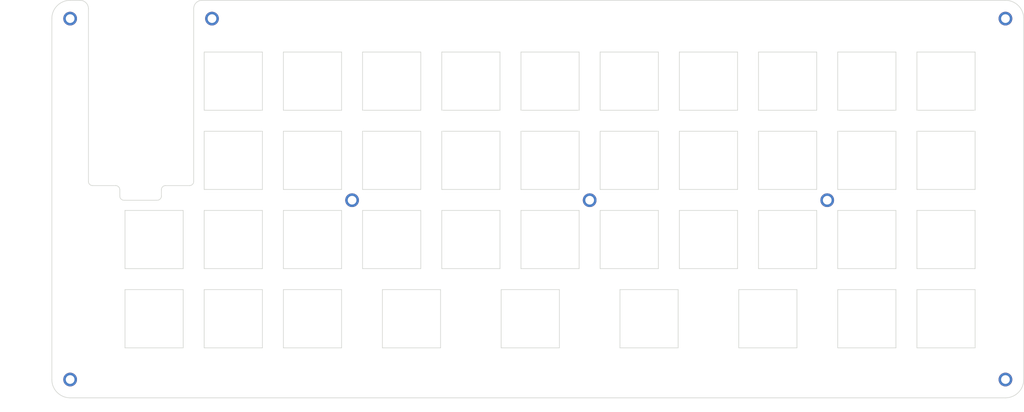
<source format=kicad_pcb>
(kicad_pcb (version 20171130) (host pcbnew 5.1.6)

  (general
    (thickness 1.6)
    (drawings 186)
    (tracks 0)
    (zones 0)
    (modules 8)
    (nets 1)
  )

  (page A4)
  (layers
    (0 F.Cu signal)
    (31 B.Cu signal)
    (32 B.Adhes user)
    (33 F.Adhes user)
    (34 B.Paste user)
    (35 F.Paste user)
    (36 B.SilkS user)
    (37 F.SilkS user)
    (38 B.Mask user)
    (39 F.Mask user)
    (40 Dwgs.User user)
    (41 Cmts.User user)
    (42 Eco1.User user)
    (43 Eco2.User user)
    (44 Edge.Cuts user)
    (45 Margin user)
    (46 B.CrtYd user)
    (47 F.CrtYd user)
    (48 B.Fab user)
    (49 F.Fab user)
  )

  (setup
    (last_trace_width 0.25)
    (trace_clearance 0.2)
    (zone_clearance 0.508)
    (zone_45_only no)
    (trace_min 0.2)
    (via_size 0.8)
    (via_drill 0.4)
    (via_min_size 0.4)
    (via_min_drill 0.3)
    (uvia_size 0.3)
    (uvia_drill 0.1)
    (uvias_allowed no)
    (uvia_min_size 0.2)
    (uvia_min_drill 0.1)
    (edge_width 0.05)
    (segment_width 0.2)
    (pcb_text_width 0.3)
    (pcb_text_size 1.5 1.5)
    (mod_edge_width 0.12)
    (mod_text_size 1 1)
    (mod_text_width 0.15)
    (pad_size 3.3 3.3)
    (pad_drill 2.1)
    (pad_to_mask_clearance 0.05)
    (aux_axis_origin 0 0)
    (grid_origin 48.8562 164.643998)
    (visible_elements FFFFFF7F)
    (pcbplotparams
      (layerselection 0x010f0_ffffffff)
      (usegerberextensions false)
      (usegerberattributes false)
      (usegerberadvancedattributes true)
      (creategerberjobfile false)
      (excludeedgelayer true)
      (linewidth 0.150000)
      (plotframeref false)
      (viasonmask false)
      (mode 1)
      (useauxorigin false)
      (hpglpennumber 1)
      (hpglpenspeed 20)
      (hpglpendiameter 15.000000)
      (psnegative false)
      (psa4output false)
      (plotreference true)
      (plotvalue true)
      (plotinvisibletext false)
      (padsonsilk false)
      (subtractmaskfromsilk false)
      (outputformat 1)
      (mirror false)
      (drillshape 0)
      (scaleselection 1)
      (outputdirectory "../gerber"))
  )

  (net 0 "")

  (net_class Default "これはデフォルトのネット クラスです。"
    (clearance 0.2)
    (trace_width 0.25)
    (via_dia 0.8)
    (via_drill 0.4)
    (uvia_dia 0.3)
    (uvia_drill 0.1)
  )

  (net_class pwr ""
    (clearance 0.2)
    (trace_width 0.5)
    (via_dia 0.8)
    (via_drill 0.4)
    (uvia_dia 0.3)
    (uvia_drill 0.1)
  )

  (module foostan:M2_HOLE (layer F.Cu) (tedit 5F2EF8B2) (tstamp 5F2F566C)
    (at 48.8562 164.643998)
    (descr "Mounting Hole 2.2mm, no annular, M2")
    (tags "mounting hole 2.2mm no annular m2")
    (attr virtual)
    (fp_text reference Ref** (at -0.95 -0.55) (layer F.Fab) hide
      (effects (font (size 1 1) (thickness 0.15)))
    )
    (fp_text value Val** (at 0 0.55) (layer F.Fab) hide
      (effects (font (size 1 1) (thickness 0.15)))
    )
    (pad "" thru_hole circle (at 0 0) (size 3.3 3.3) (drill 2.1) (layers *.Cu *.Mask))
  )

  (module foostan:M2_HOLE (layer F.Cu) (tedit 5F2EF8B2) (tstamp 5F2F566C)
    (at 230.98125 121.50625)
    (descr "Mounting Hole 2.2mm, no annular, M2")
    (tags "mounting hole 2.2mm no annular m2")
    (attr virtual)
    (fp_text reference Ref** (at -0.95 -0.55) (layer F.Fab) hide
      (effects (font (size 1 1) (thickness 0.15)))
    )
    (fp_text value Val** (at 0 0.55) (layer F.Fab) hide
      (effects (font (size 1 1) (thickness 0.15)))
    )
    (pad "" thru_hole circle (at 0 0) (size 3.3 3.3) (drill 2.1) (layers *.Cu *.Mask))
  )

  (module foostan:M2_HOLE (layer F.Cu) (tedit 5F2EF8B2) (tstamp 5F2F566C)
    (at 173.83125 121.50625)
    (descr "Mounting Hole 2.2mm, no annular, M2")
    (tags "mounting hole 2.2mm no annular m2")
    (attr virtual)
    (fp_text reference Ref** (at -0.95 -0.55) (layer F.Fab) hide
      (effects (font (size 1 1) (thickness 0.15)))
    )
    (fp_text value Val** (at 0 0.55) (layer F.Fab) hide
      (effects (font (size 1 1) (thickness 0.15)))
    )
    (pad "" thru_hole circle (at 0 0) (size 3.3 3.3) (drill 2.1) (layers *.Cu *.Mask))
  )

  (module foostan:M2_HOLE (layer F.Cu) (tedit 5F2EF8B2) (tstamp 5F2F566C)
    (at 116.68125 121.50625)
    (descr "Mounting Hole 2.2mm, no annular, M2")
    (tags "mounting hole 2.2mm no annular m2")
    (attr virtual)
    (fp_text reference Ref** (at -0.95 -0.55) (layer F.Fab) hide
      (effects (font (size 1 1) (thickness 0.15)))
    )
    (fp_text value Val** (at 0 0.55) (layer F.Fab) hide
      (effects (font (size 1 1) (thickness 0.15)))
    )
    (pad "" thru_hole circle (at 0 0) (size 3.3 3.3) (drill 2.1) (layers *.Cu *.Mask))
  )

  (module foostan:M2_HOLE (layer F.Cu) (tedit 5F2EF8B2) (tstamp 5F2F566C)
    (at 273.85 164.643999)
    (descr "Mounting Hole 2.2mm, no annular, M2")
    (tags "mounting hole 2.2mm no annular m2")
    (attr virtual)
    (fp_text reference Ref** (at -0.95 -0.55) (layer F.Fab) hide
      (effects (font (size 1 1) (thickness 0.15)))
    )
    (fp_text value Val** (at 0 0.55) (layer F.Fab) hide
      (effects (font (size 1 1) (thickness 0.15)))
    )
    (pad "" thru_hole circle (at 0 0) (size 3.3 3.3) (drill 2.1) (layers *.Cu *.Mask))
  )

  (module foostan:M2_HOLE (layer F.Cu) (tedit 5F2EF8B2) (tstamp 5F2F566C)
    (at 273.85 77.821099)
    (descr "Mounting Hole 2.2mm, no annular, M2")
    (tags "mounting hole 2.2mm no annular m2")
    (attr virtual)
    (fp_text reference Ref** (at -0.95 -0.55) (layer F.Fab) hide
      (effects (font (size 1 1) (thickness 0.15)))
    )
    (fp_text value Val** (at 0 0.55) (layer F.Fab) hide
      (effects (font (size 1 1) (thickness 0.15)))
    )
    (pad "" thru_hole circle (at 0 0) (size 3.3 3.3) (drill 2.1) (layers *.Cu *.Mask))
  )

  (module foostan:M2_HOLE (layer F.Cu) (tedit 5F2EF8B2) (tstamp 5F2F566C)
    (at 82.9812 77.821099)
    (descr "Mounting Hole 2.2mm, no annular, M2")
    (tags "mounting hole 2.2mm no annular m2")
    (attr virtual)
    (fp_text reference Ref** (at -0.95 -0.55) (layer F.Fab) hide
      (effects (font (size 1 1) (thickness 0.15)))
    )
    (fp_text value Val** (at 0 0.55) (layer F.Fab) hide
      (effects (font (size 1 1) (thickness 0.15)))
    )
    (pad "" thru_hole circle (at 0 0) (size 3.3 3.3) (drill 2.1) (layers *.Cu *.Mask))
  )

  (module foostan:M2_HOLE (layer F.Cu) (tedit 5F2EF8B2) (tstamp 5F2F566C)
    (at 48.8562 77.821099)
    (descr "Mounting Hole 2.2mm, no annular, M2")
    (tags "mounting hole 2.2mm no annular m2")
    (attr virtual)
    (fp_text reference Ref** (at -0.95 -0.55) (layer F.Fab) hide
      (effects (font (size 1 1) (thickness 0.15)))
    )
    (fp_text value Val** (at 0 0.55) (layer F.Fab) hide
      (effects (font (size 1 1) (thickness 0.15)))
    )
    (pad "" thru_hole circle (at 0 0) (size 3.3 3.3) (drill 2.1) (layers *.Cu *.Mask))
  )

  (dimension 233.793799 (width 0.15) (layer Eco2.User)
    (gr_text "233.794 mm" (at 161.353099 173.087747 359.9999998) (layer Eco2.User)
      (effects (font (size 1 1) (thickness 0.15)))
    )
    (feature1 (pts (xy 278.249999 164.643999) (xy 278.249999 172.374169)))
    (feature2 (pts (xy 44.4562 164.643998) (xy 44.4562 172.374168)))
    (crossbar (pts (xy 44.4562 171.787747) (xy 278.249999 171.787748)))
    (arrow1a (pts (xy 278.249999 171.787748) (xy 277.123495 172.374169)))
    (arrow1b (pts (xy 278.249999 171.787748) (xy 277.123495 171.201327)))
    (arrow2a (pts (xy 44.4562 171.787747) (xy 45.582704 172.374168)))
    (arrow2b (pts (xy 44.4562 171.787747) (xy 45.582704 171.201326)))
  )
  (dimension 95.622899 (width 0.15) (layer Eco2.User)
    (gr_text "95.623 mm" (at 35.64995 121.232548 270) (layer Eco2.User)
      (effects (font (size 1 1) (thickness 0.15)))
    )
    (feature1 (pts (xy 48.8562 169.043998) (xy 36.363529 169.043998)))
    (feature2 (pts (xy 48.8562 73.421099) (xy 36.363529 73.421099)))
    (crossbar (pts (xy 36.94995 73.421099) (xy 36.94995 169.043998)))
    (arrow1a (pts (xy 36.94995 169.043998) (xy 36.363529 167.917494)))
    (arrow1b (pts (xy 36.94995 169.043998) (xy 37.536371 167.917494)))
    (arrow2a (pts (xy 36.94995 73.421099) (xy 36.363529 74.547603)))
    (arrow2b (pts (xy 36.94995 73.421099) (xy 37.536371 74.547603)))
  )
  (gr_line (start 62.0562 137.969) (end 62.0562 123.969) (layer Edge.Cuts) (width 0.15))
  (gr_line (start 76.056199 137.969) (end 62.0562 137.969) (layer Edge.Cuts) (width 0.15))
  (gr_line (start 76.056199 123.969) (end 76.056199 137.969) (layer Edge.Cuts) (width 0.15))
  (gr_line (start 62.0562 123.969) (end 76.056199 123.969) (layer Edge.Cuts) (width 0.15))
  (gr_line (start 62.0562 157.019) (end 62.0562 143.019) (layer Edge.Cuts) (width 0.15))
  (gr_line (start 76.056199 157.019) (end 62.0562 157.019) (layer Edge.Cuts) (width 0.15))
  (gr_line (start 76.056199 143.019) (end 76.056199 157.019) (layer Edge.Cuts) (width 0.15))
  (gr_line (start 62.0562 143.019) (end 76.056199 143.019) (layer Edge.Cuts) (width 0.15))
  (gr_line (start 209.694 157.019) (end 209.694 143.019) (layer Edge.Cuts) (width 0.15))
  (gr_line (start 223.694 157.019) (end 209.694 157.019) (layer Edge.Cuts) (width 0.15))
  (gr_line (start 223.694 143.019) (end 223.694 157.019) (layer Edge.Cuts) (width 0.15))
  (gr_line (start 209.694 143.019) (end 223.694 143.019) (layer Edge.Cuts) (width 0.15))
  (gr_line (start 181.119 157.019) (end 181.119 143.019) (layer Edge.Cuts) (width 0.15))
  (gr_line (start 195.119 157.019) (end 181.119 157.019) (layer Edge.Cuts) (width 0.15))
  (gr_line (start 195.119 143.019) (end 195.119 157.019) (layer Edge.Cuts) (width 0.15))
  (gr_line (start 181.119 143.019) (end 195.119 143.019) (layer Edge.Cuts) (width 0.15))
  (gr_line (start 152.544 157.019) (end 152.544 143.019) (layer Edge.Cuts) (width 0.15))
  (gr_line (start 166.544 157.019) (end 152.544 157.019) (layer Edge.Cuts) (width 0.15))
  (gr_line (start 166.544 143.019) (end 166.544 157.019) (layer Edge.Cuts) (width 0.15))
  (gr_line (start 152.544 143.019) (end 166.544 143.019) (layer Edge.Cuts) (width 0.15))
  (gr_line (start 123.969 157.019) (end 123.969 143.019) (layer Edge.Cuts) (width 0.15))
  (gr_line (start 137.969 157.019) (end 123.969 157.019) (layer Edge.Cuts) (width 0.15))
  (gr_line (start 137.969 143.019) (end 137.969 157.019) (layer Edge.Cuts) (width 0.15))
  (gr_line (start 123.969 143.019) (end 137.969 143.019) (layer Edge.Cuts) (width 0.15))
  (gr_line (start 100.156 157.019) (end 100.156 143.019) (layer Edge.Cuts) (width 0.15))
  (gr_line (start 114.156 157.019) (end 100.156 157.019) (layer Edge.Cuts) (width 0.15))
  (gr_line (start 114.156 143.019) (end 114.156 157.019) (layer Edge.Cuts) (width 0.15))
  (gr_line (start 100.156 143.019) (end 114.156 143.019) (layer Edge.Cuts) (width 0.15))
  (gr_line (start 81.1063 157.019) (end 81.1063 143.019) (layer Edge.Cuts) (width 0.15))
  (gr_line (start 95.1063 157.019) (end 81.1063 157.019) (layer Edge.Cuts) (width 0.15))
  (gr_line (start 95.1063 143.019) (end 95.1063 157.019) (layer Edge.Cuts) (width 0.15))
  (gr_line (start 81.1063 143.019) (end 95.1063 143.019) (layer Edge.Cuts) (width 0.15))
  (gr_line (start 233.506 157.019) (end 233.506 143.019) (layer Edge.Cuts) (width 0.15))
  (gr_line (start 247.506 157.019) (end 233.506 157.019) (layer Edge.Cuts) (width 0.15))
  (gr_line (start 247.506 143.019) (end 247.506 157.019) (layer Edge.Cuts) (width 0.15))
  (gr_line (start 233.506 143.019) (end 247.506 143.019) (layer Edge.Cuts) (width 0.15))
  (gr_line (start 195.404488 137.968096) (end 195.404488 123.968096) (layer Edge.Cuts) (width 0.15))
  (gr_line (start 209.404488 137.968096) (end 195.404488 137.968096) (layer Edge.Cuts) (width 0.15))
  (gr_line (start 209.404488 123.968096) (end 209.404488 137.968096) (layer Edge.Cuts) (width 0.15))
  (gr_line (start 195.404488 123.968096) (end 209.404488 123.968096) (layer Edge.Cuts) (width 0.15))
  (gr_line (start 138.255394 137.968096) (end 138.255394 123.968096) (layer Edge.Cuts) (width 0.15))
  (gr_line (start 152.255394 137.968096) (end 138.255394 137.968096) (layer Edge.Cuts) (width 0.15))
  (gr_line (start 152.255394 123.968096) (end 152.255394 137.968096) (layer Edge.Cuts) (width 0.15))
  (gr_line (start 138.255394 123.968096) (end 152.255394 123.968096) (layer Edge.Cuts) (width 0.15))
  (gr_line (start 119.205696 137.968096) (end 119.205696 123.968096) (layer Edge.Cuts) (width 0.15))
  (gr_line (start 133.205696 137.968096) (end 119.205696 137.968096) (layer Edge.Cuts) (width 0.15))
  (gr_line (start 133.205696 123.968096) (end 133.205696 137.968096) (layer Edge.Cuts) (width 0.15))
  (gr_line (start 119.205696 123.968096) (end 133.205696 123.968096) (layer Edge.Cuts) (width 0.15))
  (gr_line (start 157.305092 118.918398) (end 157.305092 104.918398) (layer Edge.Cuts) (width 0.15))
  (gr_line (start 171.305092 118.918398) (end 157.305092 118.918398) (layer Edge.Cuts) (width 0.15))
  (gr_line (start 171.305092 104.918398) (end 171.305092 118.918398) (layer Edge.Cuts) (width 0.15))
  (gr_line (start 157.305092 104.918398) (end 171.305092 104.918398) (layer Edge.Cuts) (width 0.15))
  (gr_line (start 81.1063 99.8687) (end 81.1063 85.8687) (layer Edge.Cuts) (width 0.15))
  (gr_line (start 95.1063 99.8687) (end 81.1063 99.8687) (layer Edge.Cuts) (width 0.15))
  (gr_line (start 95.1063 85.8687) (end 95.1063 99.8687) (layer Edge.Cuts) (width 0.15))
  (gr_line (start 81.1063 85.8687) (end 95.1063 85.8687) (layer Edge.Cuts) (width 0.15))
  (gr_line (start 100.155998 99.8687) (end 100.155998 85.8687) (layer Edge.Cuts) (width 0.15))
  (gr_line (start 114.155998 99.8687) (end 100.155998 99.8687) (layer Edge.Cuts) (width 0.15))
  (gr_line (start 114.155998 85.8687) (end 114.155998 99.8687) (layer Edge.Cuts) (width 0.15))
  (gr_line (start 100.155998 85.8687) (end 114.155998 85.8687) (layer Edge.Cuts) (width 0.15))
  (gr_line (start 119.205696 99.8687) (end 119.205696 85.8687) (layer Edge.Cuts) (width 0.15))
  (gr_line (start 133.205696 99.8687) (end 119.205696 99.8687) (layer Edge.Cuts) (width 0.15))
  (gr_line (start 133.205696 85.8687) (end 133.205696 99.8687) (layer Edge.Cuts) (width 0.15))
  (gr_line (start 119.205696 85.8687) (end 133.205696 85.8687) (layer Edge.Cuts) (width 0.15))
  (gr_line (start 138.255394 99.8687) (end 138.255394 85.8687) (layer Edge.Cuts) (width 0.15))
  (gr_line (start 152.255394 99.8687) (end 138.255394 99.8687) (layer Edge.Cuts) (width 0.15))
  (gr_line (start 152.255394 85.8687) (end 152.255394 99.8687) (layer Edge.Cuts) (width 0.15))
  (gr_line (start 138.255394 85.8687) (end 152.255394 85.8687) (layer Edge.Cuts) (width 0.15))
  (gr_line (start 81.1063 118.918398) (end 81.1063 104.918398) (layer Edge.Cuts) (width 0.15))
  (gr_line (start 95.1063 118.918398) (end 81.1063 118.918398) (layer Edge.Cuts) (width 0.15))
  (gr_line (start 95.1063 104.918398) (end 95.1063 118.918398) (layer Edge.Cuts) (width 0.15))
  (gr_line (start 81.1063 104.918398) (end 95.1063 104.918398) (layer Edge.Cuts) (width 0.15))
  (gr_line (start 100.155998 118.918398) (end 100.155998 104.918398) (layer Edge.Cuts) (width 0.15))
  (gr_line (start 114.155998 118.918398) (end 100.155998 118.918398) (layer Edge.Cuts) (width 0.15))
  (gr_line (start 114.155998 104.918398) (end 114.155998 118.918398) (layer Edge.Cuts) (width 0.15))
  (gr_line (start 100.155998 104.918398) (end 114.155998 104.918398) (layer Edge.Cuts) (width 0.15))
  (gr_line (start 119.205696 118.918398) (end 119.205696 104.918398) (layer Edge.Cuts) (width 0.15))
  (gr_line (start 133.205696 118.918398) (end 119.205696 118.918398) (layer Edge.Cuts) (width 0.15))
  (gr_line (start 133.205696 104.918398) (end 133.205696 118.918398) (layer Edge.Cuts) (width 0.15))
  (gr_line (start 119.205696 104.918398) (end 133.205696 104.918398) (layer Edge.Cuts) (width 0.15))
  (gr_line (start 195.404488 99.8687) (end 195.404488 85.8687) (layer Edge.Cuts) (width 0.15))
  (gr_line (start 209.404488 99.8687) (end 195.404488 99.8687) (layer Edge.Cuts) (width 0.15))
  (gr_line (start 209.404488 85.8687) (end 209.404488 99.8687) (layer Edge.Cuts) (width 0.15))
  (gr_line (start 195.404488 85.8687) (end 209.404488 85.8687) (layer Edge.Cuts) (width 0.15))
  (gr_line (start 252.553582 99.8687) (end 252.553582 85.8687) (layer Edge.Cuts) (width 0.15))
  (gr_line (start 266.553582 99.8687) (end 252.553582 99.8687) (layer Edge.Cuts) (width 0.15))
  (gr_line (start 266.553582 85.8687) (end 266.553582 99.8687) (layer Edge.Cuts) (width 0.15))
  (gr_line (start 252.553582 85.8687) (end 266.553582 85.8687) (layer Edge.Cuts) (width 0.15))
  (gr_line (start 233.503884 99.8687) (end 233.503884 85.8687) (layer Edge.Cuts) (width 0.15))
  (gr_line (start 247.503884 99.8687) (end 233.503884 99.8687) (layer Edge.Cuts) (width 0.15))
  (gr_line (start 247.503884 85.8687) (end 247.503884 99.8687) (layer Edge.Cuts) (width 0.15))
  (gr_line (start 233.503884 85.8687) (end 247.503884 85.8687) (layer Edge.Cuts) (width 0.15))
  (gr_line (start 157.305092 99.8687) (end 157.305092 85.8687) (layer Edge.Cuts) (width 0.15))
  (gr_line (start 171.305092 99.8687) (end 157.305092 99.8687) (layer Edge.Cuts) (width 0.15))
  (gr_line (start 171.305092 85.8687) (end 171.305092 99.8687) (layer Edge.Cuts) (width 0.15))
  (gr_line (start 157.305092 85.8687) (end 171.305092 85.8687) (layer Edge.Cuts) (width 0.15))
  (gr_line (start 176.35479 99.8687) (end 176.35479 85.8687) (layer Edge.Cuts) (width 0.15))
  (gr_line (start 190.35479 99.8687) (end 176.35479 99.8687) (layer Edge.Cuts) (width 0.15))
  (gr_line (start 190.35479 85.8687) (end 190.35479 99.8687) (layer Edge.Cuts) (width 0.15))
  (gr_line (start 176.35479 85.8687) (end 190.35479 85.8687) (layer Edge.Cuts) (width 0.15))
  (gr_line (start 138.255394 118.918398) (end 138.255394 104.918398) (layer Edge.Cuts) (width 0.15))
  (gr_line (start 152.255394 118.918398) (end 138.255394 118.918398) (layer Edge.Cuts) (width 0.15))
  (gr_line (start 152.255394 104.918398) (end 152.255394 118.918398) (layer Edge.Cuts) (width 0.15))
  (gr_line (start 138.255394 104.918398) (end 152.255394 104.918398) (layer Edge.Cuts) (width 0.15))
  (gr_line (start 252.553582 118.918398) (end 252.553582 104.918398) (layer Edge.Cuts) (width 0.15))
  (gr_line (start 266.553582 118.918398) (end 252.553582 118.918398) (layer Edge.Cuts) (width 0.15))
  (gr_line (start 266.553582 104.918398) (end 266.553582 118.918398) (layer Edge.Cuts) (width 0.15))
  (gr_line (start 252.553582 104.918398) (end 266.553582 104.918398) (layer Edge.Cuts) (width 0.15))
  (gr_line (start 176.35479 118.918398) (end 176.35479 104.918398) (layer Edge.Cuts) (width 0.15))
  (gr_line (start 190.35479 118.918398) (end 176.35479 118.918398) (layer Edge.Cuts) (width 0.15))
  (gr_line (start 190.35479 104.918398) (end 190.35479 118.918398) (layer Edge.Cuts) (width 0.15))
  (gr_line (start 176.35479 104.918398) (end 190.35479 104.918398) (layer Edge.Cuts) (width 0.15))
  (gr_line (start 214.454186 99.8687) (end 214.454186 85.8687) (layer Edge.Cuts) (width 0.15))
  (gr_line (start 228.454186 99.8687) (end 214.454186 99.8687) (layer Edge.Cuts) (width 0.15))
  (gr_line (start 228.454186 85.8687) (end 228.454186 99.8687) (layer Edge.Cuts) (width 0.15))
  (gr_line (start 214.454186 85.8687) (end 228.454186 85.8687) (layer Edge.Cuts) (width 0.15))
  (gr_line (start 233.503884 118.918398) (end 233.503884 104.918398) (layer Edge.Cuts) (width 0.15))
  (gr_line (start 247.503884 118.918398) (end 233.503884 118.918398) (layer Edge.Cuts) (width 0.15))
  (gr_line (start 247.503884 104.918398) (end 247.503884 118.918398) (layer Edge.Cuts) (width 0.15))
  (gr_line (start 233.503884 104.918398) (end 247.503884 104.918398) (layer Edge.Cuts) (width 0.15))
  (gr_line (start 195.404488 118.918398) (end 195.404488 104.918398) (layer Edge.Cuts) (width 0.15))
  (gr_line (start 209.404488 118.918398) (end 195.404488 118.918398) (layer Edge.Cuts) (width 0.15))
  (gr_line (start 209.404488 104.918398) (end 209.404488 118.918398) (layer Edge.Cuts) (width 0.15))
  (gr_line (start 195.404488 104.918398) (end 209.404488 104.918398) (layer Edge.Cuts) (width 0.15))
  (gr_line (start 214.454186 118.918398) (end 214.454186 104.918398) (layer Edge.Cuts) (width 0.15))
  (gr_line (start 228.454186 118.918398) (end 214.454186 118.918398) (layer Edge.Cuts) (width 0.15))
  (gr_line (start 228.454186 104.918398) (end 228.454186 118.918398) (layer Edge.Cuts) (width 0.15))
  (gr_line (start 214.454186 104.918398) (end 228.454186 104.918398) (layer Edge.Cuts) (width 0.15))
  (gr_line (start 252.553582 137.968096) (end 252.553582 123.968096) (layer Edge.Cuts) (width 0.15))
  (gr_line (start 266.553582 137.968096) (end 252.553582 137.968096) (layer Edge.Cuts) (width 0.15))
  (gr_line (start 266.553582 123.968096) (end 266.553582 137.968096) (layer Edge.Cuts) (width 0.15))
  (gr_line (start 252.553582 123.968096) (end 266.553582 123.968096) (layer Edge.Cuts) (width 0.15))
  (gr_line (start 233.503884 137.968096) (end 233.503884 123.968096) (layer Edge.Cuts) (width 0.15))
  (gr_line (start 247.503884 137.968096) (end 233.503884 137.968096) (layer Edge.Cuts) (width 0.15))
  (gr_line (start 247.503884 123.968096) (end 247.503884 137.968096) (layer Edge.Cuts) (width 0.15))
  (gr_line (start 233.503884 123.968096) (end 247.503884 123.968096) (layer Edge.Cuts) (width 0.15))
  (gr_line (start 214.454186 137.968096) (end 214.454186 123.968096) (layer Edge.Cuts) (width 0.15))
  (gr_line (start 228.454186 137.968096) (end 214.454186 137.968096) (layer Edge.Cuts) (width 0.15))
  (gr_line (start 228.454186 123.968096) (end 228.454186 137.968096) (layer Edge.Cuts) (width 0.15))
  (gr_line (start 214.454186 123.968096) (end 228.454186 123.968096) (layer Edge.Cuts) (width 0.15))
  (gr_line (start 176.35479 137.968096) (end 176.35479 123.968096) (layer Edge.Cuts) (width 0.15))
  (gr_line (start 190.35479 137.968096) (end 176.35479 137.968096) (layer Edge.Cuts) (width 0.15))
  (gr_line (start 190.35479 123.968096) (end 190.35479 137.968096) (layer Edge.Cuts) (width 0.15))
  (gr_line (start 176.35479 123.968096) (end 190.35479 123.968096) (layer Edge.Cuts) (width 0.15))
  (gr_line (start 157.305092 137.968096) (end 157.305092 123.968096) (layer Edge.Cuts) (width 0.15))
  (gr_line (start 171.305092 137.968096) (end 157.305092 137.968096) (layer Edge.Cuts) (width 0.15))
  (gr_line (start 171.305092 123.968096) (end 171.305092 137.968096) (layer Edge.Cuts) (width 0.15))
  (gr_line (start 157.305092 123.968096) (end 171.305092 123.968096) (layer Edge.Cuts) (width 0.15))
  (gr_line (start 100.155998 137.968096) (end 100.155998 123.968096) (layer Edge.Cuts) (width 0.15))
  (gr_line (start 114.155998 137.968096) (end 100.155998 137.968096) (layer Edge.Cuts) (width 0.15))
  (gr_line (start 114.155998 123.968096) (end 114.155998 137.968096) (layer Edge.Cuts) (width 0.15))
  (gr_line (start 100.155998 123.968096) (end 114.155998 123.968096) (layer Edge.Cuts) (width 0.15))
  (gr_line (start 81.1063 137.968096) (end 81.1063 123.968096) (layer Edge.Cuts) (width 0.15))
  (gr_line (start 95.1063 137.968096) (end 81.1063 137.968096) (layer Edge.Cuts) (width 0.15))
  (gr_line (start 95.1063 123.968096) (end 95.1063 137.968096) (layer Edge.Cuts) (width 0.15))
  (gr_line (start 81.1063 123.968096) (end 95.1063 123.968096) (layer Edge.Cuts) (width 0.15))
  (gr_line (start 252.556 157.019) (end 252.556 143.019) (layer Edge.Cuts) (width 0.15))
  (gr_line (start 266.556 157.019) (end 252.556 157.019) (layer Edge.Cuts) (width 0.15))
  (gr_line (start 266.556 143.019) (end 266.556 157.019) (layer Edge.Cuts) (width 0.15))
  (gr_line (start 252.556 143.019) (end 266.556 143.019) (layer Edge.Cuts) (width 0.15))
  (gr_arc (start 54.2562 116.993999) (end 53.2562 116.993999) (angle -90) (layer Edge.Cuts) (width 0.15))
  (gr_line (start 59.8062 117.994) (end 54.2562 117.993999) (layer Edge.Cuts) (width 0.15))
  (gr_arc (start 59.806199 118.993999) (end 60.806199 118.993999) (angle -90) (layer Edge.Cuts) (width 0.15))
  (gr_line (start 60.8062 120.519) (end 60.806199 118.993999) (layer Edge.Cuts) (width 0.15))
  (gr_arc (start 61.806199 120.518999) (end 60.8062 120.518999) (angle -90) (layer Edge.Cuts) (width 0.15))
  (gr_line (start 69.8062 121.519) (end 61.806199 121.518999) (layer Edge.Cuts) (width 0.15))
  (gr_arc (start 69.8062 120.519) (end 69.8062 121.519) (angle -90) (layer Edge.Cuts) (width 0.15))
  (gr_line (start 70.806199 118.993999) (end 70.806199 120.519) (layer Edge.Cuts) (width 0.15))
  (gr_arc (start 71.806199 118.993999) (end 71.806199 117.994) (angle -90) (layer Edge.Cuts) (width 0.15))
  (gr_line (start 77.5812 117.993999) (end 71.806199 117.994) (layer Edge.Cuts) (width 0.15))
  (gr_arc (start 77.5812 116.993999) (end 77.5812 117.993999) (angle -90) (layer Edge.Cuts) (width 0.15))
  (gr_line (start 78.5812 75.421099) (end 78.5812 116.993999) (layer Edge.Cuts) (width 0.15))
  (gr_arc (start 80.581199 75.421099) (end 80.581199 73.421099) (angle -90) (layer Edge.Cuts) (width 0.15))
  (gr_line (start 273.85 73.421099) (end 80.581199 73.421099) (layer Edge.Cuts) (width 0.15))
  (gr_arc (start 273.85 77.821099) (end 278.25 77.821099) (angle -90) (layer Edge.Cuts) (width 0.15))
  (gr_line (start 278.25 164.643999) (end 278.25 77.821099) (layer Edge.Cuts) (width 0.15))
  (gr_arc (start 273.85 164.643999) (end 273.85 169.043998) (angle -90) (layer Edge.Cuts) (width 0.15))
  (gr_line (start 48.8562 169.043998) (end 273.85 169.043998) (layer Edge.Cuts) (width 0.15))
  (gr_arc (start 48.8562 164.643998) (end 44.4562 164.643998) (angle -90) (layer Edge.Cuts) (width 0.15))
  (gr_line (start 44.4562 77.821099) (end 44.4562 164.643998) (layer Edge.Cuts) (width 0.15))
  (gr_arc (start 48.8562 77.821099) (end 48.8562 73.421099) (angle -90) (layer Edge.Cuts) (width 0.15))
  (gr_line (start 51.2562 73.421099) (end 48.8562 73.421099) (layer Edge.Cuts) (width 0.15))
  (gr_arc (start 51.2562 75.421099) (end 53.2562 75.421099) (angle -90) (layer Edge.Cuts) (width 0.15))
  (gr_line (start 53.2562 116.993999) (end 53.2562 75.421099) (layer Edge.Cuts) (width 0.15))

)

</source>
